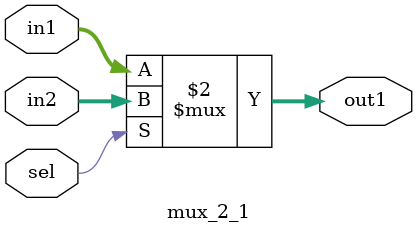
<source format=v>
`timescale 1ns / 1ps


module mux_2_1 #(parameter n = 16)
(output 		[n-1:0]		out1,
 input 		[n-1:0]		in1,
 input 		[n-1:0]		in2,
 input             		sel
    );

assign out1=(sel==1)? in2:in1;

endmodule

</source>
